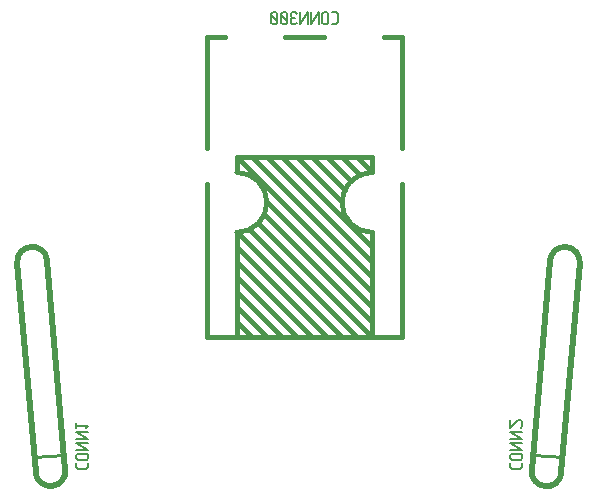
<source format=gbo>
G04 start of page 10 for group -4078 idx -4078 *
G04 Title: roomunit, bottomsilk *
G04 Creator: pcb 1.99z *
G04 CreationDate: mån  6 apr 2015 21:39:44 UTC *
G04 For: jonatan *
G04 Format: Gerber/RS-274X *
G04 PCB-Dimensions (mm): 100.00 100.00 *
G04 PCB-Coordinate-Origin: lower left *
%MOMM*%
%FSLAX43Y43*%
%LNBOTTOMSILK*%
%ADD161C,0.150*%
%ADD160C,0.381*%
%ADD159C,0.254*%
%ADD158C,0.508*%
G54D158*X71284Y58323D02*X69735Y40611D01*
X73815Y58102D02*X72265Y40389D01*
G54D159*X69846Y41876D02*X72376Y41654D01*
G54D158*X69735Y40611D02*G75*G03X72265Y40389I1265J-111D01*G01*
X73815Y58102D02*G75*G03X71284Y58323I-1265J111D01*G01*
X26185Y58102D02*X27735Y40389D01*
X28716Y58323D02*X30265Y40611D01*
G54D159*X27624Y41654D02*X30154Y41876D01*
G54D158*X27735Y40389D02*G75*G03X30265Y40611I1265J111D01*G01*
X28716Y58323D02*G75*G03X26185Y58102I-1265J-111D01*G01*
G54D160*X44785Y51820D02*X56215D01*
X44785Y60710D02*Y51820D01*
Y67060D02*X56215D01*
Y65790D01*
X44785Y67060D02*Y65790D01*
X56215Y60710D02*Y51820D01*
X44785Y53090D02*X46055Y51820D01*
X44785Y54360D02*X47325Y51820D01*
X44785Y55630D02*X48595Y51820D01*
X44785Y56900D02*X49865Y51820D01*
X44785Y58170D02*X51135Y51820D01*
X44785Y59440D02*X52405Y51820D01*
X44785Y60710D02*X53675Y51820D01*
X54945D02*X45801Y60964D01*
X56215Y51820D02*X46563Y61472D01*
X56215Y53090D02*X47071Y62234D01*
X56215Y54360D02*X47325Y63250D01*
X56215Y55630D02*X44785Y67060D01*
X56215Y56900D02*X46055Y67060D01*
X56215Y58170D02*X47325Y67060D01*
X56215Y59440D02*X48595Y67060D01*
X49865D02*X53675Y63250D01*
X51135Y67060D02*X53929Y64266D01*
X52405Y67060D02*X54437Y65028D01*
X53675Y67060D02*X55199Y65536D01*
X54945Y67060D02*X56215Y65790D01*
X42245Y64774D02*Y51820D01*
X58755Y64774D02*Y51820D01*
Y77220D02*Y67822D01*
X42245Y77220D02*Y67822D01*
Y77220D02*X43769D01*
X57231D02*X58755D01*
X48849D02*X52151D01*
X42245Y51820D02*X58755D01*
X56215Y65790D02*G75*G03X53675Y63250I0J-2540D01*G01*
G75*G03X56215Y60710I2540J0D01*G01*
X47325Y63250D02*G75*G03X44785Y65790I-2540J0D01*G01*
Y60710D02*G75*G03X47325Y63250I0J2540D01*G01*
G54D161*X31180Y40828D02*Y41158D01*
X31358Y40650D02*X31180Y40828D01*
X31358Y40650D02*X32018D01*
X32196Y40828D01*
Y41158D01*
X31307Y41463D02*X32069D01*
X32196Y41590D01*
Y41844D01*
X32069Y41971D01*
X31307D02*X32069D01*
X31180Y41844D02*X31307Y41971D01*
X31180Y41590D02*Y41844D01*
X31307Y41463D02*X31180Y41590D01*
Y42276D02*X32196D01*
X31180Y42911D01*
X32196D01*
X31180Y43215D02*X32196D01*
X31180Y43850D01*
X32196D01*
X31993Y44155D02*X32196Y44358D01*
X31180D02*X32196D01*
X31180Y44155D02*Y44536D01*
X52842Y78330D02*X53172D01*
X53350Y78508D02*X53172Y78330D01*
X53350Y78508D02*Y79168D01*
X53172Y79346D01*
X52842D02*X53172D01*
X52537Y78457D02*Y79219D01*
X52410Y79346D01*
X52156D02*X52410D01*
X52156D02*X52029Y79219D01*
Y78457D02*Y79219D01*
X52156Y78330D02*X52029Y78457D01*
X52156Y78330D02*X52410D01*
X52537Y78457D02*X52410Y78330D01*
X51724D02*Y79346D01*
X51089Y78330D01*
Y79346D01*
X50785Y78330D02*Y79346D01*
X50150Y78330D01*
Y79346D01*
X49845Y79219D02*X49718Y79346D01*
X49464D02*X49718D01*
X49464D02*X49337Y79219D01*
X49464Y78330D02*X49337Y78457D01*
X49464Y78330D02*X49718D01*
X49845Y78457D02*X49718Y78330D01*
X49464Y78889D02*X49718D01*
X49337Y79016D02*Y79219D01*
Y78457D02*Y78762D01*
X49464Y78889D01*
X49337Y79016D02*X49464Y78889D01*
X49032Y78457D02*X48905Y78330D01*
X49032Y78457D02*Y79219D01*
X48905Y79346D01*
X48651D02*X48905D01*
X48651D02*X48524Y79219D01*
Y78457D02*Y79219D01*
X48651Y78330D02*X48524Y78457D01*
X48651Y78330D02*X48905D01*
X49032Y78584D02*X48524Y79092D01*
X48219Y78457D02*X48092Y78330D01*
X48219Y78457D02*Y79219D01*
X48092Y79346D01*
X47838D02*X48092D01*
X47838D02*X47711Y79219D01*
Y78457D02*Y79219D01*
X47838Y78330D02*X47711Y78457D01*
X47838Y78330D02*X48092D01*
X48219Y78584D02*X47711Y79092D01*
X67930Y40828D02*Y41158D01*
X68108Y40650D02*X67930Y40828D01*
X68108Y40650D02*X68768D01*
X68946Y40828D01*
Y41158D01*
X68057Y41463D02*X68819D01*
X68946Y41590D01*
Y41844D01*
X68819Y41971D01*
X68057D02*X68819D01*
X67930Y41844D02*X68057Y41971D01*
X67930Y41590D02*Y41844D01*
X68057Y41463D02*X67930Y41590D01*
Y42276D02*X68946D01*
X67930Y42911D01*
X68946D01*
X67930Y43215D02*X68946D01*
X67930Y43850D01*
X68946D01*
X68819Y44155D02*X68946Y44282D01*
Y44663D01*
X68819Y44790D01*
X68565D02*X68819D01*
X67930Y44155D02*X68565Y44790D01*
X67930Y44155D02*Y44790D01*
M02*

</source>
